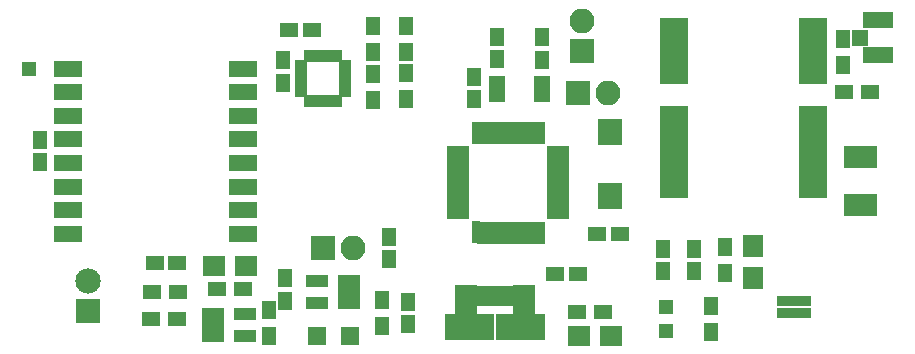
<source format=gbr>
G04 #@! TF.FileFunction,Soldermask,Top*
%FSLAX46Y46*%
G04 Gerber Fmt 4.6, Leading zero omitted, Abs format (unit mm)*
G04 Created by KiCad (PCBNEW 4.0.7) date 01/02/18 16:07:37*
%MOMM*%
%LPD*%
G01*
G04 APERTURE LIST*
%ADD10C,0.100000*%
%ADD11R,1.450000X1.400000*%
%ADD12R,2.600000X1.450000*%
%ADD13R,0.700000X1.850000*%
%ADD14R,1.850000X0.700000*%
%ADD15R,1.600000X1.150000*%
%ADD16R,2.400000X1.200000*%
%ADD17R,2.350000X1.450000*%
%ADD18R,2.900000X0.900000*%
%ADD19R,1.500000X1.500000*%
%ADD20R,1.900000X1.700000*%
%ADD21R,1.700000X1.900000*%
%ADD22R,1.300000X1.200000*%
%ADD23R,2.150000X2.150000*%
%ADD24C,2.150000*%
%ADD25R,0.850000X1.780000*%
%ADD26R,1.875000X2.500000*%
%ADD27R,2.775000X2.300000*%
%ADD28R,1.575000X2.300000*%
%ADD29R,2.000000X2.200000*%
%ADD30R,1.960000X1.050000*%
%ADD31R,1.100000X0.690000*%
%ADD32R,0.690000X1.100000*%
%ADD33R,0.857200X1.924000*%
%ADD34R,1.400000X2.200000*%
%ADD35R,1.150000X1.600000*%
%ADD36R,1.300000X1.600000*%
%ADD37R,1.600000X1.300000*%
%ADD38R,2.100000X2.100000*%
%ADD39O,2.100000X2.100000*%
%ADD40R,1.250000X1.250000*%
G04 APERTURE END LIST*
D10*
D11*
X181675000Y-97100000D03*
D12*
X183200000Y-95625000D03*
X183200000Y-98575000D03*
D13*
X154593000Y-105180000D03*
X154093000Y-105180000D03*
X153593000Y-105180000D03*
X153093000Y-105180000D03*
X152593000Y-105180000D03*
X152093000Y-105180000D03*
X151593000Y-105180000D03*
X151093000Y-105180000D03*
X150593000Y-105180000D03*
X149593000Y-105180000D03*
X149093000Y-105180000D03*
D14*
X147643000Y-106630000D03*
X147643000Y-107130000D03*
X147643000Y-107630000D03*
X147643000Y-108130000D03*
X147643000Y-108630000D03*
X147643000Y-109130000D03*
X147643000Y-109630000D03*
X147643000Y-110130000D03*
X147643000Y-110630000D03*
X147643000Y-111130000D03*
X147643000Y-111630000D03*
X147643000Y-112130000D03*
D13*
X150093000Y-105180000D03*
X149093000Y-113550000D03*
X149593000Y-113580000D03*
X150093000Y-113580000D03*
X150593000Y-113580000D03*
X151093000Y-113580000D03*
X151593000Y-113580000D03*
X152093000Y-113580000D03*
X152593000Y-113580000D03*
X153093000Y-113580000D03*
X154093000Y-113580000D03*
X154593000Y-113580000D03*
X153593000Y-113580000D03*
D14*
X156043000Y-112130000D03*
X156043000Y-111630000D03*
X156043000Y-111130000D03*
X156043000Y-110630000D03*
X156043000Y-110130000D03*
X156043000Y-109630000D03*
X156043000Y-109130000D03*
X156043000Y-108630000D03*
X156043000Y-108130000D03*
X156043000Y-107630000D03*
X156043000Y-107130000D03*
X156043000Y-106630000D03*
D15*
X157750000Y-117100000D03*
X155850000Y-117100000D03*
D16*
X177686000Y-110045000D03*
X177686000Y-108945000D03*
X177686000Y-107845000D03*
X177686000Y-106745000D03*
X177686000Y-105645000D03*
X177686000Y-104545000D03*
X177686000Y-103445000D03*
X177686000Y-100445000D03*
X177686000Y-99345000D03*
X177686000Y-98245000D03*
X177686000Y-97145000D03*
X177686000Y-96045000D03*
X165886000Y-96045000D03*
X165886000Y-97145000D03*
X165886000Y-98245000D03*
X165886000Y-99345000D03*
X165886000Y-100445000D03*
X165886000Y-103445000D03*
X165886000Y-104545000D03*
X165886000Y-105645000D03*
X165886000Y-106745000D03*
X165886000Y-107845000D03*
X165886000Y-108945000D03*
X165886000Y-110045000D03*
D17*
X114600000Y-99700000D03*
X114600000Y-101700000D03*
X114600000Y-103700000D03*
X114600000Y-105700000D03*
X114600000Y-107700000D03*
X114600000Y-109700000D03*
X114600000Y-111700000D03*
X114600000Y-113700000D03*
X129400000Y-113700000D03*
X129400000Y-111700000D03*
X129400000Y-109700000D03*
X129400000Y-107700000D03*
X129400000Y-105700000D03*
X129400000Y-103700000D03*
X129400000Y-101700000D03*
X129400000Y-99700000D03*
D18*
X176089840Y-119357500D03*
X176089840Y-120357500D03*
D19*
X135700000Y-122300000D03*
X138500000Y-122300000D03*
D20*
X129650000Y-116400000D03*
X126950000Y-116400000D03*
X160550000Y-122300000D03*
X157850000Y-122300000D03*
D21*
X172600000Y-117450000D03*
X172600000Y-114750000D03*
D22*
X165200000Y-121950000D03*
X165200000Y-119850000D03*
D23*
X116300000Y-120200000D03*
D24*
X116300000Y-117700000D03*
D25*
X149437500Y-118940000D03*
X150087500Y-118940000D03*
X150737500Y-118940000D03*
X151387500Y-118940000D03*
X152037500Y-118940000D03*
D26*
X148275000Y-119300000D03*
X153200000Y-119300000D03*
D27*
X147827500Y-121600000D03*
X153647500Y-121600000D03*
D28*
X149897500Y-121600000D03*
X151577500Y-121600000D03*
D29*
X160443440Y-105100000D03*
X160443440Y-110500000D03*
D30*
X138350000Y-119550000D03*
X138350000Y-118600000D03*
X138350000Y-117650000D03*
X135650000Y-117650000D03*
X135650000Y-119550000D03*
X126850000Y-120450000D03*
X126850000Y-121400000D03*
X126850000Y-122350000D03*
X129550000Y-122350000D03*
X129550000Y-120450000D03*
D31*
X138063680Y-99291800D03*
X138063680Y-99791800D03*
X138063680Y-100291800D03*
X138063680Y-100791800D03*
X138063680Y-101291800D03*
X138063680Y-101791800D03*
D32*
X137438680Y-102416800D03*
X136938680Y-102416800D03*
X136438680Y-102416800D03*
X135938680Y-102416800D03*
X135438680Y-102416800D03*
X134938680Y-102416800D03*
D31*
X134313680Y-101791800D03*
X134313680Y-101291800D03*
X134313680Y-100791800D03*
X134313680Y-100291800D03*
X134313680Y-99791800D03*
X134313680Y-99291800D03*
D32*
X134938680Y-98666800D03*
X135438680Y-98666800D03*
X135938680Y-98666800D03*
X136438680Y-98666800D03*
X136938680Y-98666800D03*
X137438680Y-98666800D03*
D33*
X182653200Y-107221000D03*
X182018200Y-107221000D03*
X181357800Y-107221000D03*
X180722800Y-107221000D03*
X180722800Y-111285000D03*
X181357800Y-111285000D03*
X182018200Y-111285000D03*
X182653200Y-111285000D03*
D34*
X150933360Y-101394240D03*
X154683360Y-101394240D03*
D35*
X143400000Y-121350000D03*
X143400000Y-119450000D03*
X141800000Y-115850000D03*
X141800000Y-113950000D03*
X133000000Y-119350000D03*
X133000000Y-117450000D03*
D15*
X123850000Y-116200000D03*
X121950000Y-116200000D03*
D35*
X112200000Y-107650000D03*
X112200000Y-105750000D03*
X148952480Y-102283280D03*
X148952480Y-100383280D03*
X154703040Y-98930480D03*
X154703040Y-97030480D03*
X150943840Y-98889840D03*
X150943840Y-96989840D03*
D15*
X159400000Y-113700000D03*
X161300000Y-113700000D03*
X133313360Y-96442240D03*
X135213360Y-96442240D03*
D35*
X132800000Y-100900000D03*
X132800000Y-99000000D03*
X167600000Y-114950000D03*
X167600000Y-116850000D03*
X165000000Y-114950000D03*
X165000000Y-116850000D03*
D36*
X180200000Y-99400000D03*
X180200000Y-97200000D03*
X131600000Y-120100000D03*
X131600000Y-122300000D03*
X141200000Y-121500000D03*
X141200000Y-119300000D03*
D37*
X129400000Y-118400000D03*
X127200000Y-118400000D03*
X123900000Y-118600000D03*
X121700000Y-118600000D03*
X121600000Y-120900000D03*
X123800000Y-120900000D03*
X159900000Y-120300000D03*
X157700000Y-120300000D03*
D36*
X140400000Y-100193640D03*
X140400000Y-102393640D03*
X140400000Y-96100000D03*
X140400000Y-98300000D03*
X143200000Y-100100000D03*
X143200000Y-102300000D03*
X143200000Y-96100000D03*
X143200000Y-98300000D03*
X170200000Y-117000000D03*
X170200000Y-114800000D03*
D37*
X180300000Y-101700000D03*
X182500000Y-101700000D03*
D36*
X169000000Y-122000000D03*
X169000000Y-119800000D03*
D38*
X157800000Y-101800000D03*
D39*
X160340000Y-101800000D03*
D38*
X158100000Y-98200000D03*
D39*
X158100000Y-95660000D03*
D38*
X136200000Y-114900000D03*
D39*
X138740000Y-114900000D03*
D40*
X111300000Y-99700000D03*
M02*

</source>
